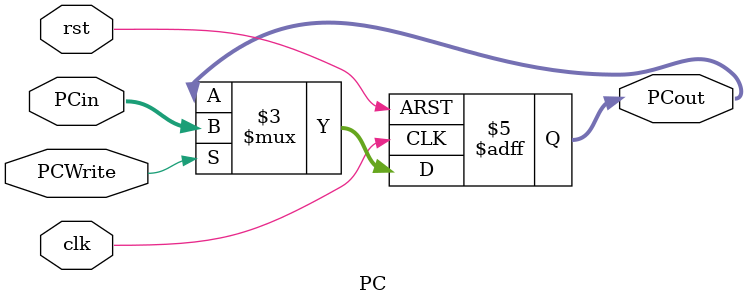
<source format=v>

module PC ( clk,
			rst,
			PCWrite,
			PCin,
			PCout);
	
	parameter bit_size = 18;

	input  clk, rst;
	input  PCWrite;
	input  [bit_size-1:0] PCin;
	output reg [bit_size-1:0] PCout;

	// write your code in here

	always @(negedge clk or posedge rst) begin
		if (rst) begin
			// reset
			PCout <= 0;
		end
		else begin
			if(PCWrite) begin
				PCout <= PCin;
			end
			else begin
				PCout <= PCout;
			end
		end
	end

endmodule

</source>
